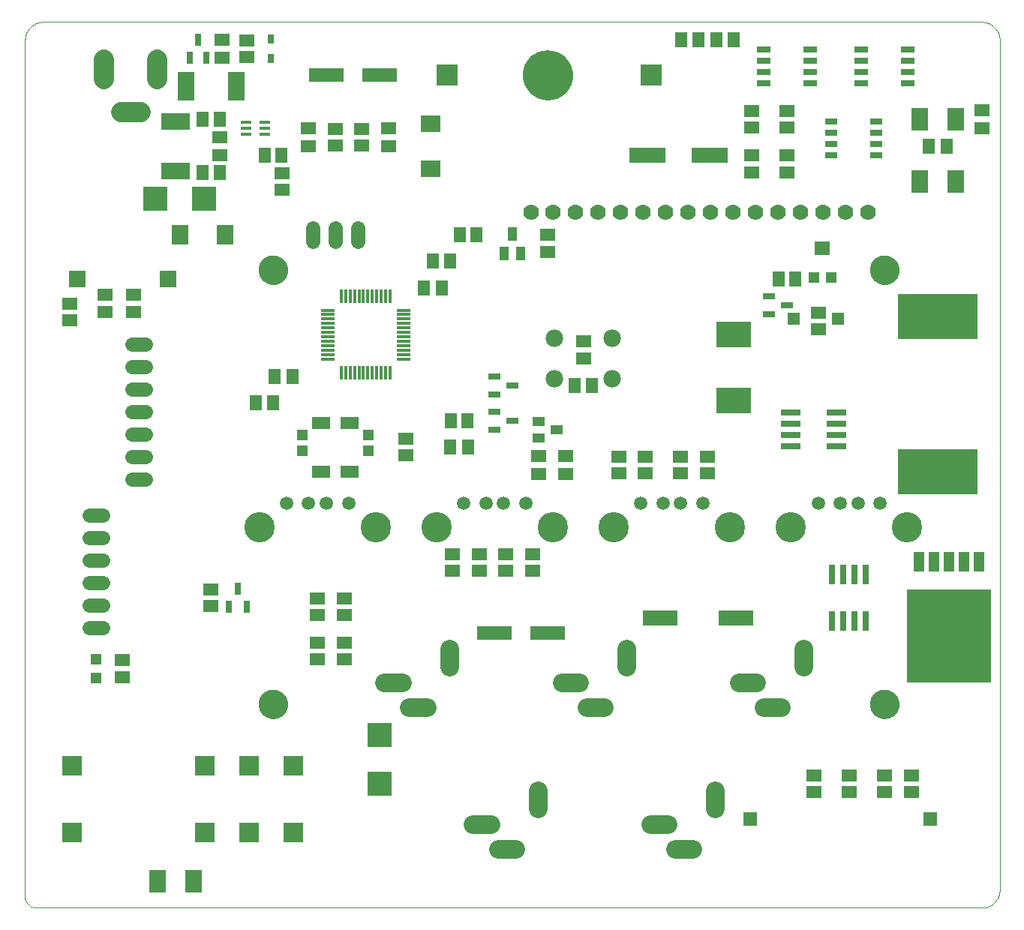
<source format=gts>
G75*
G70*
%OFA0B0*%
%FSLAX24Y24*%
%IPPOS*%
%LPD*%
%AMOC8*
5,1,8,0,0,1.08239X$1,22.5*
%
%ADD10C,0.0000*%
%ADD11C,0.1300*%
%ADD12C,0.0827*%
%ADD13C,0.1346*%
%ADD14C,0.0594*%
%ADD15R,0.1103X0.1103*%
%ADD16C,0.0700*%
%ADD17R,0.0138X0.0631*%
%ADD18R,0.0631X0.0138*%
%ADD19R,0.0749X0.1300*%
%ADD20R,0.0749X0.0985*%
%ADD21R,0.0552X0.0670*%
%ADD22R,0.1536X0.0591*%
%ADD23R,0.1615X0.0670*%
%ADD24R,0.0670X0.0552*%
%ADD25R,0.0926X0.0926*%
%ADD26C,0.2205*%
%ADD27R,0.0260X0.0560*%
%ADD28R,0.1300X0.0749*%
%ADD29R,0.0540X0.0290*%
%ADD30R,0.0640X0.0260*%
%ADD31R,0.0634X0.0634*%
%ADD32R,0.0555X0.0555*%
%ADD33C,0.0640*%
%ADD34R,0.3583X0.2009*%
%ADD35R,0.0560X0.0430*%
%ADD36R,0.1575X0.0670*%
%ADD37R,0.0906X0.0276*%
%ADD38R,0.0670X0.0631*%
%ADD39R,0.0510X0.0510*%
%ADD40C,0.0780*%
%ADD41R,0.0906X0.0749*%
%ADD42R,0.0512X0.0512*%
%ADD43R,0.3780X0.4138*%
%ADD44R,0.0460X0.0890*%
%ADD45R,0.1536X0.1142*%
%ADD46C,0.0900*%
%ADD47R,0.0500X0.0180*%
%ADD48R,0.0560X0.0260*%
%ADD49R,0.0749X0.0749*%
%ADD50R,0.0749X0.0906*%
%ADD51R,0.0276X0.0434*%
%ADD52R,0.0276X0.0906*%
%ADD53R,0.0867X0.0867*%
%ADD54R,0.0465X0.0453*%
%ADD55R,0.0788X0.0552*%
%ADD56R,0.0434X0.0591*%
D10*
X000554Y000174D02*
X042680Y000174D01*
X042680Y000175D02*
X042734Y000177D01*
X042787Y000182D01*
X042840Y000191D01*
X042892Y000204D01*
X042944Y000220D01*
X042994Y000240D01*
X043042Y000263D01*
X043089Y000290D01*
X043134Y000319D01*
X043177Y000352D01*
X043217Y000387D01*
X043255Y000425D01*
X043290Y000465D01*
X043323Y000508D01*
X043352Y000553D01*
X043379Y000600D01*
X043402Y000648D01*
X043422Y000698D01*
X043438Y000750D01*
X043451Y000802D01*
X043460Y000855D01*
X043465Y000908D01*
X043467Y000962D01*
X043467Y038757D01*
X043465Y038811D01*
X043460Y038864D01*
X043451Y038917D01*
X043438Y038969D01*
X043422Y039021D01*
X043402Y039071D01*
X043379Y039119D01*
X043352Y039166D01*
X043323Y039211D01*
X043290Y039254D01*
X043255Y039294D01*
X043217Y039332D01*
X043177Y039367D01*
X043134Y039400D01*
X043089Y039429D01*
X043042Y039456D01*
X042994Y039479D01*
X042944Y039499D01*
X042892Y039515D01*
X042840Y039528D01*
X042787Y039537D01*
X042734Y039542D01*
X042680Y039544D01*
X000947Y039544D01*
X000893Y039542D01*
X000840Y039537D01*
X000787Y039528D01*
X000735Y039515D01*
X000683Y039499D01*
X000633Y039479D01*
X000585Y039456D01*
X000538Y039429D01*
X000493Y039400D01*
X000450Y039367D01*
X000410Y039332D01*
X000372Y039294D01*
X000337Y039254D01*
X000304Y039211D01*
X000275Y039166D01*
X000248Y039119D01*
X000225Y039071D01*
X000205Y039021D01*
X000189Y038969D01*
X000176Y038917D01*
X000167Y038864D01*
X000162Y038811D01*
X000160Y038757D01*
X000160Y000962D01*
X000161Y000962D02*
X000147Y000915D01*
X000137Y000867D01*
X000131Y000819D01*
X000129Y000770D01*
X000131Y000721D01*
X000136Y000672D01*
X000145Y000624D01*
X000158Y000577D01*
X000175Y000531D01*
X000195Y000487D01*
X000218Y000444D01*
X000245Y000403D01*
X000275Y000365D01*
X000308Y000329D01*
X000343Y000295D01*
X000382Y000265D01*
X000422Y000237D01*
X000464Y000213D01*
X000509Y000192D01*
X000554Y000175D01*
X010554Y009229D02*
X010556Y009279D01*
X010562Y009329D01*
X010572Y009378D01*
X010586Y009426D01*
X010603Y009473D01*
X010624Y009518D01*
X010649Y009562D01*
X010677Y009603D01*
X010709Y009642D01*
X010743Y009679D01*
X010780Y009713D01*
X010820Y009743D01*
X010862Y009770D01*
X010906Y009794D01*
X010952Y009815D01*
X010999Y009831D01*
X011047Y009844D01*
X011097Y009853D01*
X011146Y009858D01*
X011197Y009859D01*
X011247Y009856D01*
X011296Y009849D01*
X011345Y009838D01*
X011393Y009823D01*
X011439Y009805D01*
X011484Y009783D01*
X011527Y009757D01*
X011568Y009728D01*
X011607Y009696D01*
X011643Y009661D01*
X011675Y009623D01*
X011705Y009583D01*
X011732Y009540D01*
X011755Y009496D01*
X011774Y009450D01*
X011790Y009402D01*
X011802Y009353D01*
X011810Y009304D01*
X011814Y009254D01*
X011814Y009204D01*
X011810Y009154D01*
X011802Y009105D01*
X011790Y009056D01*
X011774Y009008D01*
X011755Y008962D01*
X011732Y008918D01*
X011705Y008875D01*
X011675Y008835D01*
X011643Y008797D01*
X011607Y008762D01*
X011568Y008730D01*
X011527Y008701D01*
X011484Y008675D01*
X011439Y008653D01*
X011393Y008635D01*
X011345Y008620D01*
X011296Y008609D01*
X011247Y008602D01*
X011197Y008599D01*
X011146Y008600D01*
X011097Y008605D01*
X011047Y008614D01*
X010999Y008627D01*
X010952Y008643D01*
X010906Y008664D01*
X010862Y008688D01*
X010820Y008715D01*
X010780Y008745D01*
X010743Y008779D01*
X010709Y008816D01*
X010677Y008855D01*
X010649Y008896D01*
X010624Y008940D01*
X010603Y008985D01*
X010586Y009032D01*
X010572Y009080D01*
X010562Y009129D01*
X010556Y009179D01*
X010554Y009229D01*
X010554Y028521D02*
X010556Y028571D01*
X010562Y028621D01*
X010572Y028670D01*
X010586Y028718D01*
X010603Y028765D01*
X010624Y028810D01*
X010649Y028854D01*
X010677Y028895D01*
X010709Y028934D01*
X010743Y028971D01*
X010780Y029005D01*
X010820Y029035D01*
X010862Y029062D01*
X010906Y029086D01*
X010952Y029107D01*
X010999Y029123D01*
X011047Y029136D01*
X011097Y029145D01*
X011146Y029150D01*
X011197Y029151D01*
X011247Y029148D01*
X011296Y029141D01*
X011345Y029130D01*
X011393Y029115D01*
X011439Y029097D01*
X011484Y029075D01*
X011527Y029049D01*
X011568Y029020D01*
X011607Y028988D01*
X011643Y028953D01*
X011675Y028915D01*
X011705Y028875D01*
X011732Y028832D01*
X011755Y028788D01*
X011774Y028742D01*
X011790Y028694D01*
X011802Y028645D01*
X011810Y028596D01*
X011814Y028546D01*
X011814Y028496D01*
X011810Y028446D01*
X011802Y028397D01*
X011790Y028348D01*
X011774Y028300D01*
X011755Y028254D01*
X011732Y028210D01*
X011705Y028167D01*
X011675Y028127D01*
X011643Y028089D01*
X011607Y028054D01*
X011568Y028022D01*
X011527Y027993D01*
X011484Y027967D01*
X011439Y027945D01*
X011393Y027927D01*
X011345Y027912D01*
X011296Y027901D01*
X011247Y027894D01*
X011197Y027891D01*
X011146Y027892D01*
X011097Y027897D01*
X011047Y027906D01*
X010999Y027919D01*
X010952Y027935D01*
X010906Y027956D01*
X010862Y027980D01*
X010820Y028007D01*
X010780Y028037D01*
X010743Y028071D01*
X010709Y028108D01*
X010677Y028147D01*
X010649Y028188D01*
X010624Y028232D01*
X010603Y028277D01*
X010586Y028324D01*
X010572Y028372D01*
X010562Y028421D01*
X010556Y028471D01*
X010554Y028521D01*
X022305Y037182D02*
X022307Y037247D01*
X022313Y037313D01*
X022323Y037377D01*
X022336Y037441D01*
X022354Y037504D01*
X022375Y037566D01*
X022400Y037626D01*
X022429Y037685D01*
X022461Y037742D01*
X022497Y037797D01*
X022535Y037850D01*
X022577Y037900D01*
X022622Y037948D01*
X022670Y037993D01*
X022720Y038035D01*
X022773Y038073D01*
X022828Y038109D01*
X022885Y038141D01*
X022944Y038170D01*
X023004Y038195D01*
X023066Y038216D01*
X023129Y038234D01*
X023193Y038247D01*
X023257Y038257D01*
X023323Y038263D01*
X023388Y038265D01*
X023453Y038263D01*
X023519Y038257D01*
X023583Y038247D01*
X023647Y038234D01*
X023710Y038216D01*
X023772Y038195D01*
X023832Y038170D01*
X023891Y038141D01*
X023948Y038109D01*
X024003Y038073D01*
X024056Y038035D01*
X024106Y037993D01*
X024154Y037948D01*
X024199Y037900D01*
X024241Y037850D01*
X024279Y037797D01*
X024315Y037742D01*
X024347Y037685D01*
X024376Y037626D01*
X024401Y037566D01*
X024422Y037504D01*
X024440Y037441D01*
X024453Y037377D01*
X024463Y037313D01*
X024469Y037247D01*
X024471Y037182D01*
X024469Y037117D01*
X024463Y037051D01*
X024453Y036987D01*
X024440Y036923D01*
X024422Y036860D01*
X024401Y036798D01*
X024376Y036738D01*
X024347Y036679D01*
X024315Y036622D01*
X024279Y036567D01*
X024241Y036514D01*
X024199Y036464D01*
X024154Y036416D01*
X024106Y036371D01*
X024056Y036329D01*
X024003Y036291D01*
X023948Y036255D01*
X023891Y036223D01*
X023832Y036194D01*
X023772Y036169D01*
X023710Y036148D01*
X023647Y036130D01*
X023583Y036117D01*
X023519Y036107D01*
X023453Y036101D01*
X023388Y036099D01*
X023323Y036101D01*
X023257Y036107D01*
X023193Y036117D01*
X023129Y036130D01*
X023066Y036148D01*
X023004Y036169D01*
X022944Y036194D01*
X022885Y036223D01*
X022828Y036255D01*
X022773Y036291D01*
X022720Y036329D01*
X022670Y036371D01*
X022622Y036416D01*
X022577Y036464D01*
X022535Y036514D01*
X022497Y036567D01*
X022461Y036622D01*
X022429Y036679D01*
X022400Y036738D01*
X022375Y036798D01*
X022354Y036860D01*
X022336Y036923D01*
X022323Y036987D01*
X022313Y037051D01*
X022307Y037117D01*
X022305Y037182D01*
X037719Y028521D02*
X037721Y028571D01*
X037727Y028621D01*
X037737Y028670D01*
X037751Y028718D01*
X037768Y028765D01*
X037789Y028810D01*
X037814Y028854D01*
X037842Y028895D01*
X037874Y028934D01*
X037908Y028971D01*
X037945Y029005D01*
X037985Y029035D01*
X038027Y029062D01*
X038071Y029086D01*
X038117Y029107D01*
X038164Y029123D01*
X038212Y029136D01*
X038262Y029145D01*
X038311Y029150D01*
X038362Y029151D01*
X038412Y029148D01*
X038461Y029141D01*
X038510Y029130D01*
X038558Y029115D01*
X038604Y029097D01*
X038649Y029075D01*
X038692Y029049D01*
X038733Y029020D01*
X038772Y028988D01*
X038808Y028953D01*
X038840Y028915D01*
X038870Y028875D01*
X038897Y028832D01*
X038920Y028788D01*
X038939Y028742D01*
X038955Y028694D01*
X038967Y028645D01*
X038975Y028596D01*
X038979Y028546D01*
X038979Y028496D01*
X038975Y028446D01*
X038967Y028397D01*
X038955Y028348D01*
X038939Y028300D01*
X038920Y028254D01*
X038897Y028210D01*
X038870Y028167D01*
X038840Y028127D01*
X038808Y028089D01*
X038772Y028054D01*
X038733Y028022D01*
X038692Y027993D01*
X038649Y027967D01*
X038604Y027945D01*
X038558Y027927D01*
X038510Y027912D01*
X038461Y027901D01*
X038412Y027894D01*
X038362Y027891D01*
X038311Y027892D01*
X038262Y027897D01*
X038212Y027906D01*
X038164Y027919D01*
X038117Y027935D01*
X038071Y027956D01*
X038027Y027980D01*
X037985Y028007D01*
X037945Y028037D01*
X037908Y028071D01*
X037874Y028108D01*
X037842Y028147D01*
X037814Y028188D01*
X037789Y028232D01*
X037768Y028277D01*
X037751Y028324D01*
X037737Y028372D01*
X037727Y028421D01*
X037721Y028471D01*
X037719Y028521D01*
X037719Y009229D02*
X037721Y009279D01*
X037727Y009329D01*
X037737Y009378D01*
X037751Y009426D01*
X037768Y009473D01*
X037789Y009518D01*
X037814Y009562D01*
X037842Y009603D01*
X037874Y009642D01*
X037908Y009679D01*
X037945Y009713D01*
X037985Y009743D01*
X038027Y009770D01*
X038071Y009794D01*
X038117Y009815D01*
X038164Y009831D01*
X038212Y009844D01*
X038262Y009853D01*
X038311Y009858D01*
X038362Y009859D01*
X038412Y009856D01*
X038461Y009849D01*
X038510Y009838D01*
X038558Y009823D01*
X038604Y009805D01*
X038649Y009783D01*
X038692Y009757D01*
X038733Y009728D01*
X038772Y009696D01*
X038808Y009661D01*
X038840Y009623D01*
X038870Y009583D01*
X038897Y009540D01*
X038920Y009496D01*
X038939Y009450D01*
X038955Y009402D01*
X038967Y009353D01*
X038975Y009304D01*
X038979Y009254D01*
X038979Y009204D01*
X038975Y009154D01*
X038967Y009105D01*
X038955Y009056D01*
X038939Y009008D01*
X038920Y008962D01*
X038897Y008918D01*
X038870Y008875D01*
X038840Y008835D01*
X038808Y008797D01*
X038772Y008762D01*
X038733Y008730D01*
X038692Y008701D01*
X038649Y008675D01*
X038604Y008653D01*
X038558Y008635D01*
X038510Y008620D01*
X038461Y008609D01*
X038412Y008602D01*
X038362Y008599D01*
X038311Y008600D01*
X038262Y008605D01*
X038212Y008614D01*
X038164Y008627D01*
X038117Y008643D01*
X038071Y008664D01*
X038027Y008688D01*
X037985Y008715D01*
X037945Y008745D01*
X037908Y008779D01*
X037874Y008816D01*
X037842Y008855D01*
X037814Y008896D01*
X037789Y008940D01*
X037768Y008985D01*
X037751Y009032D01*
X037737Y009080D01*
X037727Y009129D01*
X037721Y009179D01*
X037719Y009229D01*
D11*
X038349Y009229D03*
X038349Y028521D03*
X011184Y028521D03*
X011184Y009229D03*
D12*
X016123Y010194D02*
X016910Y010194D01*
X017225Y009092D02*
X018012Y009092D01*
X018997Y010903D02*
X018997Y011690D01*
X023997Y010194D02*
X024784Y010194D01*
X025099Y009092D02*
X025886Y009092D01*
X026871Y010903D02*
X026871Y011690D01*
X031871Y010194D02*
X032658Y010194D01*
X032973Y009092D02*
X033760Y009092D01*
X034745Y010903D02*
X034745Y011690D01*
X030808Y005391D02*
X030808Y004603D01*
X029823Y002792D02*
X029036Y002792D01*
X028721Y003895D02*
X027934Y003895D01*
X022934Y004603D02*
X022934Y005391D01*
X020847Y003895D02*
X020060Y003895D01*
X021162Y002792D02*
X021949Y002792D01*
D13*
X023613Y017073D03*
X026314Y017073D03*
X031487Y017073D03*
X034188Y017073D03*
X039361Y017073D03*
X018440Y017073D03*
X015739Y017073D03*
X010566Y017073D03*
D14*
X011774Y018140D03*
X012758Y018140D03*
X013546Y018140D03*
X014530Y018140D03*
X019648Y018140D03*
X020632Y018140D03*
X021420Y018140D03*
X022404Y018140D03*
X027522Y018140D03*
X028506Y018140D03*
X029294Y018140D03*
X030278Y018140D03*
X035396Y018140D03*
X036380Y018140D03*
X037168Y018140D03*
X038152Y018140D03*
D15*
X015908Y007851D03*
X015908Y005686D03*
X008097Y031706D03*
X005932Y031706D03*
D16*
X022636Y031080D03*
X023601Y031080D03*
X024601Y031080D03*
X025601Y031080D03*
X026601Y031080D03*
X027601Y031080D03*
X028601Y031080D03*
X029601Y031080D03*
X030601Y031080D03*
X031601Y031080D03*
X032601Y031080D03*
X033601Y031080D03*
X034601Y031080D03*
X035601Y031080D03*
X036601Y031080D03*
X037601Y031080D03*
D17*
X016377Y027347D03*
X016180Y027347D03*
X015983Y027347D03*
X015786Y027347D03*
X015589Y027347D03*
X015392Y027347D03*
X015195Y027347D03*
X014999Y027347D03*
X014802Y027347D03*
X014605Y027347D03*
X014408Y027347D03*
X014211Y027347D03*
X014211Y023962D03*
X014408Y023962D03*
X014605Y023962D03*
X014802Y023962D03*
X014999Y023962D03*
X015195Y023962D03*
X015392Y023962D03*
X015589Y023962D03*
X015786Y023962D03*
X015983Y023962D03*
X016180Y023962D03*
X016377Y023962D03*
D18*
X016987Y024572D03*
X016987Y024769D03*
X016987Y024966D03*
X016987Y025162D03*
X016987Y025359D03*
X016987Y025556D03*
X016987Y025753D03*
X016987Y025950D03*
X016987Y026147D03*
X016987Y026344D03*
X016987Y026540D03*
X016987Y026737D03*
X013601Y026737D03*
X013601Y026540D03*
X013601Y026344D03*
X013601Y026147D03*
X013601Y025950D03*
X013601Y025753D03*
X013601Y025556D03*
X013601Y025359D03*
X013601Y025162D03*
X013601Y024966D03*
X013601Y024769D03*
X013601Y024572D03*
D19*
X009530Y036690D03*
X007325Y036690D03*
D20*
X039914Y035214D03*
X041508Y035214D03*
X041508Y032458D03*
X039914Y032458D03*
X007650Y001355D03*
X006056Y001355D03*
D21*
X019058Y020647D03*
X019845Y020647D03*
X019825Y021828D03*
X019077Y021828D03*
X024569Y023403D03*
X025357Y023403D03*
X019058Y028914D03*
X018270Y028914D03*
X017877Y027733D03*
X018664Y027733D03*
X019471Y030095D03*
X020219Y030095D03*
X012046Y023796D03*
X011258Y023796D03*
X011184Y022615D03*
X010396Y022615D03*
X008802Y032851D03*
X008054Y032851D03*
X008054Y035214D03*
X008802Y035214D03*
X010810Y033639D03*
X011558Y033639D03*
X029314Y038757D03*
X030062Y038757D03*
X030869Y038757D03*
X031656Y038757D03*
X040317Y034032D03*
X041105Y034032D03*
X034392Y028127D03*
X033644Y028127D03*
D22*
X023388Y012379D03*
X021026Y012379D03*
X015908Y037182D03*
X013546Y037182D03*
D23*
X027798Y033639D03*
X030593Y033639D03*
D24*
X032443Y033619D03*
X032443Y032871D03*
X034018Y032871D03*
X034018Y033619D03*
X034018Y034840D03*
X034018Y035588D03*
X032443Y035588D03*
X032443Y034840D03*
X035396Y026631D03*
X035396Y025883D03*
X030475Y020233D03*
X030475Y019485D03*
X029294Y019485D03*
X029294Y020233D03*
X027719Y020233D03*
X027719Y019485D03*
X026538Y019485D03*
X026538Y020233D03*
X024176Y020253D03*
X024176Y019466D03*
X022995Y019466D03*
X022995Y020253D03*
X022699Y015903D03*
X022699Y015155D03*
X021518Y015155D03*
X021518Y015903D03*
X020337Y015903D03*
X020337Y015155D03*
X019156Y015155D03*
X019156Y015903D03*
X017089Y020273D03*
X017089Y021021D03*
X014333Y013934D03*
X014333Y013186D03*
X013152Y013186D03*
X013152Y013934D03*
X013152Y011966D03*
X013152Y011218D03*
X014333Y011218D03*
X014333Y011966D03*
X008428Y013580D03*
X008428Y014328D03*
X004491Y011178D03*
X004491Y010430D03*
X002129Y026277D03*
X002129Y027025D03*
X003703Y026670D03*
X003703Y027418D03*
X004983Y027438D03*
X004983Y026651D03*
X008821Y033639D03*
X008821Y034426D03*
X011577Y032832D03*
X011577Y032084D03*
X012758Y034032D03*
X012758Y034820D03*
X013940Y034800D03*
X013940Y034052D03*
X015121Y034052D03*
X015121Y034800D03*
X016302Y034820D03*
X016302Y034032D03*
X010003Y037989D03*
X010003Y038737D03*
X008920Y038757D03*
X008920Y037969D03*
X023388Y030076D03*
X023388Y029328D03*
X024963Y025351D03*
X024963Y024603D03*
X042680Y034820D03*
X042680Y035607D03*
X039530Y006060D03*
X039530Y005312D03*
X038349Y005312D03*
X038349Y006060D03*
X036774Y006060D03*
X036774Y005312D03*
X035199Y005312D03*
X035199Y006060D03*
D25*
X027995Y037182D03*
X018900Y037182D03*
D26*
X023388Y037182D03*
D27*
X008197Y037963D03*
X007477Y037963D03*
X007837Y038763D03*
X009609Y014354D03*
X010009Y013554D03*
X009209Y013554D03*
D28*
X006853Y032930D03*
X006853Y035135D03*
D29*
X035987Y035139D03*
X035987Y034639D03*
X035987Y034139D03*
X035987Y033639D03*
X037987Y033639D03*
X037987Y034139D03*
X037987Y034639D03*
X037987Y035139D03*
D30*
X037309Y036826D03*
X037309Y037326D03*
X037309Y037826D03*
X037309Y038326D03*
X039389Y038326D03*
X039389Y037826D03*
X039389Y037326D03*
X039389Y036826D03*
X035058Y036826D03*
X035058Y037326D03*
X035058Y037826D03*
X035058Y038326D03*
X032978Y038326D03*
X032978Y037826D03*
X032978Y037326D03*
X032978Y036826D03*
D31*
X032394Y004111D03*
X040367Y004111D03*
D32*
X036282Y026355D03*
X034314Y026355D03*
D33*
X014940Y029795D02*
X014940Y030395D01*
X013940Y030395D02*
X013940Y029795D01*
X012940Y029795D02*
X012940Y030395D01*
X005503Y025221D02*
X004903Y025221D01*
X004903Y024221D02*
X005503Y024221D01*
X005503Y023221D02*
X004903Y023221D01*
X004903Y022221D02*
X005503Y022221D01*
X005503Y021221D02*
X004903Y021221D01*
X004903Y020221D02*
X005503Y020221D01*
X005503Y019221D02*
X004903Y019221D01*
X003610Y017635D02*
X003010Y017635D01*
X003010Y016635D02*
X003610Y016635D01*
X003610Y015635D02*
X003010Y015635D01*
X003010Y014635D02*
X003610Y014635D01*
X003610Y013635D02*
X003010Y013635D01*
X003010Y012635D02*
X003610Y012635D01*
D34*
X040711Y019564D03*
X040711Y026454D03*
D35*
X023788Y021434D03*
X022988Y021064D03*
X022988Y021804D03*
D36*
X028384Y013068D03*
X031731Y013068D03*
D37*
X034176Y020684D03*
X034176Y021184D03*
X034176Y021684D03*
X034176Y022184D03*
X036223Y022184D03*
X036223Y021684D03*
X036223Y021184D03*
X036223Y020684D03*
D38*
X035593Y029485D03*
D39*
X035199Y028206D03*
X035987Y028206D03*
D40*
X026243Y025474D03*
X026243Y023694D03*
X023683Y023694D03*
X023683Y025474D03*
D41*
X018172Y033029D03*
X018172Y035036D03*
D42*
X003310Y011218D03*
X003310Y010391D03*
D43*
X041203Y012265D03*
D44*
X041203Y015545D03*
X041873Y015545D03*
X042543Y015545D03*
X040533Y015545D03*
X039863Y015545D03*
D45*
X031656Y022733D03*
X031656Y025647D03*
D46*
X006022Y037030D02*
X006022Y037890D01*
X003660Y037890D02*
X003660Y037030D01*
X004411Y035570D02*
X005271Y035570D01*
D47*
X009986Y035080D03*
X009986Y034820D03*
X009986Y034560D03*
X010806Y034560D03*
X010806Y034820D03*
X010806Y035080D03*
D48*
X021020Y023803D03*
X021820Y023403D03*
X021020Y023003D03*
X021020Y022228D03*
X021820Y021828D03*
X021020Y021428D03*
X033225Y026546D03*
X033225Y027346D03*
X034025Y026946D03*
D49*
X006499Y028127D03*
X002483Y028127D03*
D50*
X007030Y030095D03*
X009038Y030095D03*
D51*
X011085Y037930D03*
X011085Y038796D03*
D52*
X036024Y014977D03*
X036524Y014977D03*
X037024Y014977D03*
X037524Y014977D03*
X037524Y012930D03*
X037024Y012930D03*
X036524Y012930D03*
X036024Y012930D03*
D53*
X012089Y006473D03*
X010121Y006473D03*
X008152Y006473D03*
X008152Y003521D03*
X010121Y003521D03*
X012089Y003521D03*
X002247Y003521D03*
X002247Y006473D03*
D54*
X012463Y020499D03*
X012463Y021188D03*
X015416Y021188D03*
X015416Y020499D03*
D55*
X014569Y019564D03*
X013310Y019564D03*
X013310Y021729D03*
X014569Y021729D03*
D56*
X021440Y029269D03*
X022188Y029269D03*
X021814Y030135D03*
M02*

</source>
